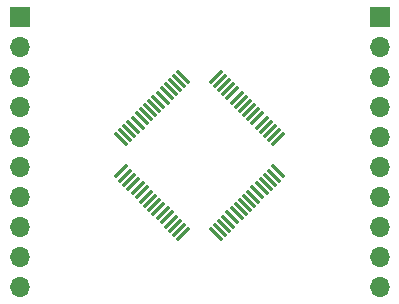
<source format=gbr>
%TF.GenerationSoftware,KiCad,Pcbnew,8.0.6*%
%TF.CreationDate,2025-04-09T16:55:17+02:00*%
%TF.ProjectId,stm32f205-breakout-board,73746d33-3266-4323-9035-2d627265616b,rev?*%
%TF.SameCoordinates,Original*%
%TF.FileFunction,Soldermask,Top*%
%TF.FilePolarity,Negative*%
%FSLAX46Y46*%
G04 Gerber Fmt 4.6, Leading zero omitted, Abs format (unit mm)*
G04 Created by KiCad (PCBNEW 8.0.6) date 2025-04-09 16:55:17*
%MOMM*%
%LPD*%
G01*
G04 APERTURE LIST*
G04 Aperture macros list*
%AMRoundRect*
0 Rectangle with rounded corners*
0 $1 Rounding radius*
0 $2 $3 $4 $5 $6 $7 $8 $9 X,Y pos of 4 corners*
0 Add a 4 corners polygon primitive as box body*
4,1,4,$2,$3,$4,$5,$6,$7,$8,$9,$2,$3,0*
0 Add four circle primitives for the rounded corners*
1,1,$1+$1,$2,$3*
1,1,$1+$1,$4,$5*
1,1,$1+$1,$6,$7*
1,1,$1+$1,$8,$9*
0 Add four rect primitives between the rounded corners*
20,1,$1+$1,$2,$3,$4,$5,0*
20,1,$1+$1,$4,$5,$6,$7,0*
20,1,$1+$1,$6,$7,$8,$9,0*
20,1,$1+$1,$8,$9,$2,$3,0*%
G04 Aperture macros list end*
%ADD10R,1.700000X1.700000*%
%ADD11O,1.700000X1.700000*%
%ADD12RoundRect,0.075000X-0.441942X0.548008X-0.548008X0.441942X0.441942X-0.548008X0.548008X-0.441942X0*%
%ADD13RoundRect,0.075000X0.441942X0.548008X-0.548008X-0.441942X-0.441942X-0.548008X0.548008X0.441942X0*%
G04 APERTURE END LIST*
D10*
%TO.C,J2*%
X48260000Y-165100000D03*
D11*
X48260000Y-167640000D03*
X48260000Y-170180000D03*
X48260000Y-172720000D03*
X48260000Y-175260000D03*
X48260000Y-177800000D03*
X48260000Y-180340000D03*
X48260000Y-182880000D03*
X48260000Y-185420000D03*
X48260000Y-187960000D03*
%TD*%
D10*
%TO.C,J1*%
X17780000Y-165100000D03*
D11*
X17780000Y-167640000D03*
X17780000Y-170180000D03*
X17780000Y-172720000D03*
X17780000Y-175260000D03*
X17780000Y-177800000D03*
X17780000Y-180340000D03*
X17780000Y-182880000D03*
X17780000Y-185420000D03*
X17780000Y-187960000D03*
%TD*%
D12*
%TO.C,U1*%
X39684481Y-178205662D03*
X39330928Y-178559215D03*
X38977375Y-178912768D03*
X38623821Y-179266322D03*
X38270268Y-179619875D03*
X37916714Y-179973429D03*
X37563161Y-180326982D03*
X37209608Y-180680535D03*
X36856054Y-181034089D03*
X36502501Y-181387642D03*
X36148948Y-181741195D03*
X35795394Y-182094749D03*
X35441841Y-182448302D03*
X35088287Y-182801856D03*
X34734734Y-183155409D03*
X34381181Y-183508962D03*
D13*
X31658819Y-183508962D03*
X31305266Y-183155409D03*
X30951713Y-182801856D03*
X30598159Y-182448302D03*
X30244606Y-182094749D03*
X29891052Y-181741195D03*
X29537499Y-181387642D03*
X29183946Y-181034089D03*
X28830392Y-180680535D03*
X28476839Y-180326982D03*
X28123286Y-179973429D03*
X27769732Y-179619875D03*
X27416179Y-179266322D03*
X27062625Y-178912768D03*
X26709072Y-178559215D03*
X26355519Y-178205662D03*
D12*
X26355519Y-175483300D03*
X26709072Y-175129747D03*
X27062625Y-174776194D03*
X27416179Y-174422640D03*
X27769732Y-174069087D03*
X28123286Y-173715533D03*
X28476839Y-173361980D03*
X28830392Y-173008427D03*
X29183946Y-172654873D03*
X29537499Y-172301320D03*
X29891052Y-171947767D03*
X30244606Y-171594213D03*
X30598159Y-171240660D03*
X30951713Y-170887106D03*
X31305266Y-170533553D03*
X31658819Y-170180000D03*
D13*
X34381181Y-170180000D03*
X34734734Y-170533553D03*
X35088287Y-170887106D03*
X35441841Y-171240660D03*
X35795394Y-171594213D03*
X36148948Y-171947767D03*
X36502501Y-172301320D03*
X36856054Y-172654873D03*
X37209608Y-173008427D03*
X37563161Y-173361980D03*
X37916714Y-173715533D03*
X38270268Y-174069087D03*
X38623821Y-174422640D03*
X38977375Y-174776194D03*
X39330928Y-175129747D03*
X39684481Y-175483300D03*
%TD*%
M02*

</source>
